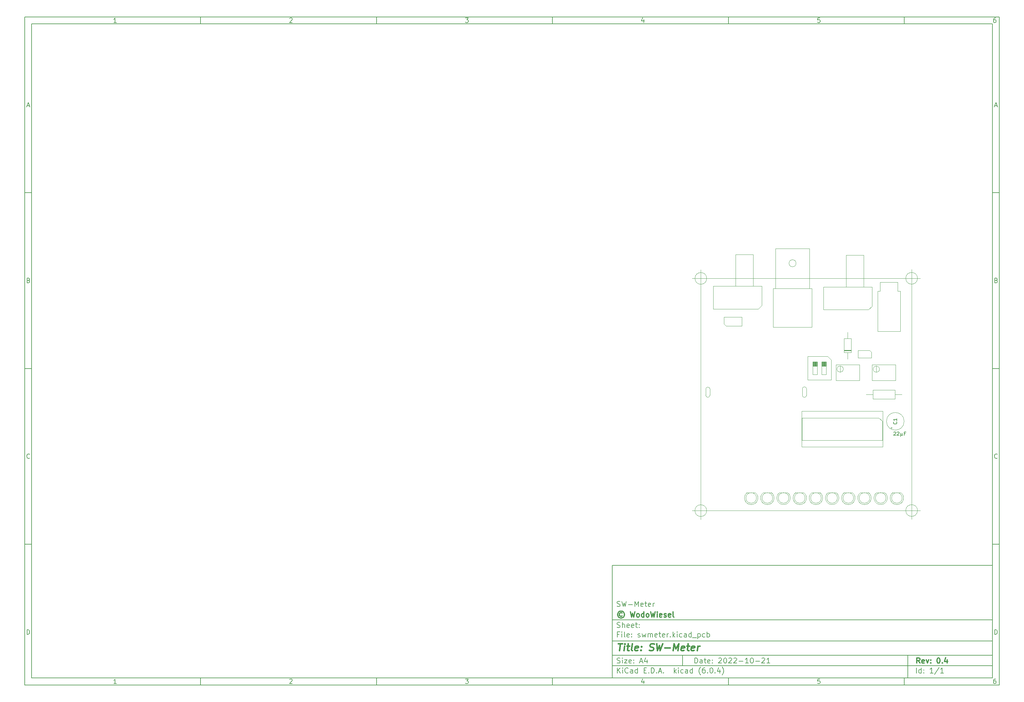
<source format=gbr>
%TF.GenerationSoftware,KiCad,Pcbnew,(6.0.4)*%
%TF.CreationDate,2022-12-16T22:00:08+01:00*%
%TF.ProjectId,swmeter,73776d65-7465-4722-9e6b-696361645f70,0.4*%
%TF.SameCoordinates,PXc0c6960PY8f71310*%
%TF.FileFunction,AssemblyDrawing,Top*%
%FSLAX46Y46*%
G04 Gerber Fmt 4.6, Leading zero omitted, Abs format (unit mm)*
G04 Created by KiCad (PCBNEW (6.0.4)) date 2022-12-16 22:00:08*
%MOMM*%
%LPD*%
G01*
G04 APERTURE LIST*
%ADD10C,0.100000*%
%ADD11C,0.150000*%
%ADD12C,0.300000*%
%ADD13C,0.400000*%
%TA.AperFunction,Profile*%
%ADD14C,0.100000*%
%TD*%
G04 APERTURE END LIST*
D10*
D11*
X-25137800Y-15597200D02*
X-25137800Y-47597200D01*
X82862200Y-47597200D01*
X82862200Y-15597200D01*
X-25137800Y-15597200D01*
D10*
D11*
X-192140000Y140410000D02*
X-192140000Y-49597200D01*
X84862200Y-49597200D01*
X84862200Y140410000D01*
X-192140000Y140410000D01*
D10*
D11*
X-190140000Y138410000D02*
X-190140000Y-47597200D01*
X82862200Y-47597200D01*
X82862200Y138410000D01*
X-190140000Y138410000D01*
D10*
D11*
X-142140000Y138410000D02*
X-142140000Y140410000D01*
D10*
D11*
X-92140000Y138410000D02*
X-92140000Y140410000D01*
D10*
D11*
X-42140000Y138410000D02*
X-42140000Y140410000D01*
D10*
D11*
X7860000Y138410000D02*
X7860000Y140410000D01*
D10*
D11*
X57860000Y138410000D02*
X57860000Y140410000D01*
D10*
D11*
X-166074524Y138821905D02*
X-166817381Y138821905D01*
X-166445953Y138821905D02*
X-166445953Y140121905D01*
X-166569762Y139936191D01*
X-166693572Y139812381D01*
X-166817381Y139750477D01*
D10*
D11*
X-116817381Y139998096D02*
X-116755477Y140060000D01*
X-116631667Y140121905D01*
X-116322143Y140121905D01*
X-116198334Y140060000D01*
X-116136429Y139998096D01*
X-116074524Y139874286D01*
X-116074524Y139750477D01*
X-116136429Y139564762D01*
X-116879286Y138821905D01*
X-116074524Y138821905D01*
D10*
D11*
X-66879286Y140121905D02*
X-66074524Y140121905D01*
X-66507858Y139626667D01*
X-66322143Y139626667D01*
X-66198334Y139564762D01*
X-66136429Y139502858D01*
X-66074524Y139379048D01*
X-66074524Y139069524D01*
X-66136429Y138945715D01*
X-66198334Y138883810D01*
X-66322143Y138821905D01*
X-66693572Y138821905D01*
X-66817381Y138883810D01*
X-66879286Y138945715D01*
D10*
D11*
X-16198334Y139688572D02*
X-16198334Y138821905D01*
X-16507858Y140183810D02*
X-16817381Y139255239D01*
X-16012620Y139255239D01*
D10*
D11*
X33863571Y140121905D02*
X33244523Y140121905D01*
X33182619Y139502858D01*
X33244523Y139564762D01*
X33368333Y139626667D01*
X33677857Y139626667D01*
X33801666Y139564762D01*
X33863571Y139502858D01*
X33925476Y139379048D01*
X33925476Y139069524D01*
X33863571Y138945715D01*
X33801666Y138883810D01*
X33677857Y138821905D01*
X33368333Y138821905D01*
X33244523Y138883810D01*
X33182619Y138945715D01*
D10*
D11*
X83801666Y140121905D02*
X83554047Y140121905D01*
X83430238Y140060000D01*
X83368333Y139998096D01*
X83244523Y139812381D01*
X83182619Y139564762D01*
X83182619Y139069524D01*
X83244523Y138945715D01*
X83306428Y138883810D01*
X83430238Y138821905D01*
X83677857Y138821905D01*
X83801666Y138883810D01*
X83863571Y138945715D01*
X83925476Y139069524D01*
X83925476Y139379048D01*
X83863571Y139502858D01*
X83801666Y139564762D01*
X83677857Y139626667D01*
X83430238Y139626667D01*
X83306428Y139564762D01*
X83244523Y139502858D01*
X83182619Y139379048D01*
D10*
D11*
X-142140000Y-47597200D02*
X-142140000Y-49597200D01*
D10*
D11*
X-92140000Y-47597200D02*
X-92140000Y-49597200D01*
D10*
D11*
X-42140000Y-47597200D02*
X-42140000Y-49597200D01*
D10*
D11*
X7860000Y-47597200D02*
X7860000Y-49597200D01*
D10*
D11*
X57860000Y-47597200D02*
X57860000Y-49597200D01*
D10*
D11*
X-166074524Y-49185295D02*
X-166817381Y-49185295D01*
X-166445953Y-49185295D02*
X-166445953Y-47885295D01*
X-166569762Y-48071009D01*
X-166693572Y-48194819D01*
X-166817381Y-48256723D01*
D10*
D11*
X-116817381Y-48009104D02*
X-116755477Y-47947200D01*
X-116631667Y-47885295D01*
X-116322143Y-47885295D01*
X-116198334Y-47947200D01*
X-116136429Y-48009104D01*
X-116074524Y-48132914D01*
X-116074524Y-48256723D01*
X-116136429Y-48442438D01*
X-116879286Y-49185295D01*
X-116074524Y-49185295D01*
D10*
D11*
X-66879286Y-47885295D02*
X-66074524Y-47885295D01*
X-66507858Y-48380533D01*
X-66322143Y-48380533D01*
X-66198334Y-48442438D01*
X-66136429Y-48504342D01*
X-66074524Y-48628152D01*
X-66074524Y-48937676D01*
X-66136429Y-49061485D01*
X-66198334Y-49123390D01*
X-66322143Y-49185295D01*
X-66693572Y-49185295D01*
X-66817381Y-49123390D01*
X-66879286Y-49061485D01*
D10*
D11*
X-16198334Y-48318628D02*
X-16198334Y-49185295D01*
X-16507858Y-47823390D02*
X-16817381Y-48751961D01*
X-16012620Y-48751961D01*
D10*
D11*
X33863571Y-47885295D02*
X33244523Y-47885295D01*
X33182619Y-48504342D01*
X33244523Y-48442438D01*
X33368333Y-48380533D01*
X33677857Y-48380533D01*
X33801666Y-48442438D01*
X33863571Y-48504342D01*
X33925476Y-48628152D01*
X33925476Y-48937676D01*
X33863571Y-49061485D01*
X33801666Y-49123390D01*
X33677857Y-49185295D01*
X33368333Y-49185295D01*
X33244523Y-49123390D01*
X33182619Y-49061485D01*
D10*
D11*
X83801666Y-47885295D02*
X83554047Y-47885295D01*
X83430238Y-47947200D01*
X83368333Y-48009104D01*
X83244523Y-48194819D01*
X83182619Y-48442438D01*
X83182619Y-48937676D01*
X83244523Y-49061485D01*
X83306428Y-49123390D01*
X83430238Y-49185295D01*
X83677857Y-49185295D01*
X83801666Y-49123390D01*
X83863571Y-49061485D01*
X83925476Y-48937676D01*
X83925476Y-48628152D01*
X83863571Y-48504342D01*
X83801666Y-48442438D01*
X83677857Y-48380533D01*
X83430238Y-48380533D01*
X83306428Y-48442438D01*
X83244523Y-48504342D01*
X83182619Y-48628152D01*
D10*
D11*
X-192140000Y90410000D02*
X-190140000Y90410000D01*
D10*
D11*
X-192140000Y40410000D02*
X-190140000Y40410000D01*
D10*
D11*
X-192140000Y-9590000D02*
X-190140000Y-9590000D01*
D10*
D11*
X-191449524Y115193334D02*
X-190830477Y115193334D01*
X-191573334Y114821905D02*
X-191140000Y116121905D01*
X-190706667Y114821905D01*
D10*
D11*
X-191047143Y65502858D02*
X-190861429Y65440953D01*
X-190799524Y65379048D01*
X-190737620Y65255239D01*
X-190737620Y65069524D01*
X-190799524Y64945715D01*
X-190861429Y64883810D01*
X-190985239Y64821905D01*
X-191480477Y64821905D01*
X-191480477Y66121905D01*
X-191047143Y66121905D01*
X-190923334Y66060000D01*
X-190861429Y65998096D01*
X-190799524Y65874286D01*
X-190799524Y65750477D01*
X-190861429Y65626667D01*
X-190923334Y65564762D01*
X-191047143Y65502858D01*
X-191480477Y65502858D01*
D10*
D11*
X-190737620Y14945715D02*
X-190799524Y14883810D01*
X-190985239Y14821905D01*
X-191109048Y14821905D01*
X-191294762Y14883810D01*
X-191418572Y15007620D01*
X-191480477Y15131429D01*
X-191542381Y15379048D01*
X-191542381Y15564762D01*
X-191480477Y15812381D01*
X-191418572Y15936191D01*
X-191294762Y16060000D01*
X-191109048Y16121905D01*
X-190985239Y16121905D01*
X-190799524Y16060000D01*
X-190737620Y15998096D01*
D10*
D11*
X-191480477Y-35178095D02*
X-191480477Y-33878095D01*
X-191170953Y-33878095D01*
X-190985239Y-33940000D01*
X-190861429Y-34063809D01*
X-190799524Y-34187619D01*
X-190737620Y-34435238D01*
X-190737620Y-34620952D01*
X-190799524Y-34868571D01*
X-190861429Y-34992380D01*
X-190985239Y-35116190D01*
X-191170953Y-35178095D01*
X-191480477Y-35178095D01*
D10*
D11*
X84862200Y90410000D02*
X82862200Y90410000D01*
D10*
D11*
X84862200Y40410000D02*
X82862200Y40410000D01*
D10*
D11*
X84862200Y-9590000D02*
X82862200Y-9590000D01*
D10*
D11*
X83552676Y115193334D02*
X84171723Y115193334D01*
X83428866Y114821905D02*
X83862200Y116121905D01*
X84295533Y114821905D01*
D10*
D11*
X83955057Y65502858D02*
X84140771Y65440953D01*
X84202676Y65379048D01*
X84264580Y65255239D01*
X84264580Y65069524D01*
X84202676Y64945715D01*
X84140771Y64883810D01*
X84016961Y64821905D01*
X83521723Y64821905D01*
X83521723Y66121905D01*
X83955057Y66121905D01*
X84078866Y66060000D01*
X84140771Y65998096D01*
X84202676Y65874286D01*
X84202676Y65750477D01*
X84140771Y65626667D01*
X84078866Y65564762D01*
X83955057Y65502858D01*
X83521723Y65502858D01*
D10*
D11*
X84264580Y14945715D02*
X84202676Y14883810D01*
X84016961Y14821905D01*
X83893152Y14821905D01*
X83707438Y14883810D01*
X83583628Y15007620D01*
X83521723Y15131429D01*
X83459819Y15379048D01*
X83459819Y15564762D01*
X83521723Y15812381D01*
X83583628Y15936191D01*
X83707438Y16060000D01*
X83893152Y16121905D01*
X84016961Y16121905D01*
X84202676Y16060000D01*
X84264580Y15998096D01*
D10*
D11*
X83521723Y-35178095D02*
X83521723Y-33878095D01*
X83831247Y-33878095D01*
X84016961Y-33940000D01*
X84140771Y-34063809D01*
X84202676Y-34187619D01*
X84264580Y-34435238D01*
X84264580Y-34620952D01*
X84202676Y-34868571D01*
X84140771Y-34992380D01*
X84016961Y-35116190D01*
X83831247Y-35178095D01*
X83521723Y-35178095D01*
D10*
D11*
X-1705658Y-43375771D02*
X-1705658Y-41875771D01*
X-1348515Y-41875771D01*
X-1134229Y-41947200D01*
X-991372Y-42090057D01*
X-919943Y-42232914D01*
X-848515Y-42518628D01*
X-848515Y-42732914D01*
X-919943Y-43018628D01*
X-991372Y-43161485D01*
X-1134229Y-43304342D01*
X-1348515Y-43375771D01*
X-1705658Y-43375771D01*
X437200Y-43375771D02*
X437200Y-42590057D01*
X365771Y-42447200D01*
X222914Y-42375771D01*
X-62800Y-42375771D01*
X-205658Y-42447200D01*
X437200Y-43304342D02*
X294342Y-43375771D01*
X-62800Y-43375771D01*
X-205658Y-43304342D01*
X-277086Y-43161485D01*
X-277086Y-43018628D01*
X-205658Y-42875771D01*
X-62800Y-42804342D01*
X294342Y-42804342D01*
X437200Y-42732914D01*
X937200Y-42375771D02*
X1508628Y-42375771D01*
X1151485Y-41875771D02*
X1151485Y-43161485D01*
X1222914Y-43304342D01*
X1365771Y-43375771D01*
X1508628Y-43375771D01*
X2580057Y-43304342D02*
X2437200Y-43375771D01*
X2151485Y-43375771D01*
X2008628Y-43304342D01*
X1937200Y-43161485D01*
X1937200Y-42590057D01*
X2008628Y-42447200D01*
X2151485Y-42375771D01*
X2437200Y-42375771D01*
X2580057Y-42447200D01*
X2651485Y-42590057D01*
X2651485Y-42732914D01*
X1937200Y-42875771D01*
X3294342Y-43232914D02*
X3365771Y-43304342D01*
X3294342Y-43375771D01*
X3222914Y-43304342D01*
X3294342Y-43232914D01*
X3294342Y-43375771D01*
X3294342Y-42447200D02*
X3365771Y-42518628D01*
X3294342Y-42590057D01*
X3222914Y-42518628D01*
X3294342Y-42447200D01*
X3294342Y-42590057D01*
X5080057Y-42018628D02*
X5151485Y-41947200D01*
X5294342Y-41875771D01*
X5651485Y-41875771D01*
X5794342Y-41947200D01*
X5865771Y-42018628D01*
X5937200Y-42161485D01*
X5937200Y-42304342D01*
X5865771Y-42518628D01*
X5008628Y-43375771D01*
X5937200Y-43375771D01*
X6865771Y-41875771D02*
X7008628Y-41875771D01*
X7151485Y-41947200D01*
X7222914Y-42018628D01*
X7294342Y-42161485D01*
X7365771Y-42447200D01*
X7365771Y-42804342D01*
X7294342Y-43090057D01*
X7222914Y-43232914D01*
X7151485Y-43304342D01*
X7008628Y-43375771D01*
X6865771Y-43375771D01*
X6722914Y-43304342D01*
X6651485Y-43232914D01*
X6580057Y-43090057D01*
X6508628Y-42804342D01*
X6508628Y-42447200D01*
X6580057Y-42161485D01*
X6651485Y-42018628D01*
X6722914Y-41947200D01*
X6865771Y-41875771D01*
X7937200Y-42018628D02*
X8008628Y-41947200D01*
X8151485Y-41875771D01*
X8508628Y-41875771D01*
X8651485Y-41947200D01*
X8722914Y-42018628D01*
X8794342Y-42161485D01*
X8794342Y-42304342D01*
X8722914Y-42518628D01*
X7865771Y-43375771D01*
X8794342Y-43375771D01*
X9365771Y-42018628D02*
X9437200Y-41947200D01*
X9580057Y-41875771D01*
X9937200Y-41875771D01*
X10080057Y-41947200D01*
X10151485Y-42018628D01*
X10222914Y-42161485D01*
X10222914Y-42304342D01*
X10151485Y-42518628D01*
X9294342Y-43375771D01*
X10222914Y-43375771D01*
X10865771Y-42804342D02*
X12008628Y-42804342D01*
X13508628Y-43375771D02*
X12651485Y-43375771D01*
X13080057Y-43375771D02*
X13080057Y-41875771D01*
X12937200Y-42090057D01*
X12794342Y-42232914D01*
X12651485Y-42304342D01*
X14437200Y-41875771D02*
X14580057Y-41875771D01*
X14722914Y-41947200D01*
X14794342Y-42018628D01*
X14865771Y-42161485D01*
X14937200Y-42447200D01*
X14937200Y-42804342D01*
X14865771Y-43090057D01*
X14794342Y-43232914D01*
X14722914Y-43304342D01*
X14580057Y-43375771D01*
X14437200Y-43375771D01*
X14294342Y-43304342D01*
X14222914Y-43232914D01*
X14151485Y-43090057D01*
X14080057Y-42804342D01*
X14080057Y-42447200D01*
X14151485Y-42161485D01*
X14222914Y-42018628D01*
X14294342Y-41947200D01*
X14437200Y-41875771D01*
X15580057Y-42804342D02*
X16722914Y-42804342D01*
X17365771Y-42018628D02*
X17437200Y-41947200D01*
X17580057Y-41875771D01*
X17937200Y-41875771D01*
X18080057Y-41947200D01*
X18151485Y-42018628D01*
X18222914Y-42161485D01*
X18222914Y-42304342D01*
X18151485Y-42518628D01*
X17294342Y-43375771D01*
X18222914Y-43375771D01*
X19651485Y-43375771D02*
X18794342Y-43375771D01*
X19222914Y-43375771D02*
X19222914Y-41875771D01*
X19080057Y-42090057D01*
X18937200Y-42232914D01*
X18794342Y-42304342D01*
D10*
D11*
X-25137800Y-44097200D02*
X82862200Y-44097200D01*
D10*
D11*
X-23705658Y-46175771D02*
X-23705658Y-44675771D01*
X-22848515Y-46175771D02*
X-23491372Y-45318628D01*
X-22848515Y-44675771D02*
X-23705658Y-45532914D01*
X-22205658Y-46175771D02*
X-22205658Y-45175771D01*
X-22205658Y-44675771D02*
X-22277086Y-44747200D01*
X-22205658Y-44818628D01*
X-22134229Y-44747200D01*
X-22205658Y-44675771D01*
X-22205658Y-44818628D01*
X-20634229Y-46032914D02*
X-20705658Y-46104342D01*
X-20919943Y-46175771D01*
X-21062800Y-46175771D01*
X-21277086Y-46104342D01*
X-21419943Y-45961485D01*
X-21491372Y-45818628D01*
X-21562800Y-45532914D01*
X-21562800Y-45318628D01*
X-21491372Y-45032914D01*
X-21419943Y-44890057D01*
X-21277086Y-44747200D01*
X-21062800Y-44675771D01*
X-20919943Y-44675771D01*
X-20705658Y-44747200D01*
X-20634229Y-44818628D01*
X-19348515Y-46175771D02*
X-19348515Y-45390057D01*
X-19419943Y-45247200D01*
X-19562800Y-45175771D01*
X-19848515Y-45175771D01*
X-19991372Y-45247200D01*
X-19348515Y-46104342D02*
X-19491372Y-46175771D01*
X-19848515Y-46175771D01*
X-19991372Y-46104342D01*
X-20062800Y-45961485D01*
X-20062800Y-45818628D01*
X-19991372Y-45675771D01*
X-19848515Y-45604342D01*
X-19491372Y-45604342D01*
X-19348515Y-45532914D01*
X-17991372Y-46175771D02*
X-17991372Y-44675771D01*
X-17991372Y-46104342D02*
X-18134229Y-46175771D01*
X-18419943Y-46175771D01*
X-18562800Y-46104342D01*
X-18634229Y-46032914D01*
X-18705658Y-45890057D01*
X-18705658Y-45461485D01*
X-18634229Y-45318628D01*
X-18562800Y-45247200D01*
X-18419943Y-45175771D01*
X-18134229Y-45175771D01*
X-17991372Y-45247200D01*
X-16134229Y-45390057D02*
X-15634229Y-45390057D01*
X-15419943Y-46175771D02*
X-16134229Y-46175771D01*
X-16134229Y-44675771D01*
X-15419943Y-44675771D01*
X-14777086Y-46032914D02*
X-14705658Y-46104342D01*
X-14777086Y-46175771D01*
X-14848515Y-46104342D01*
X-14777086Y-46032914D01*
X-14777086Y-46175771D01*
X-14062800Y-46175771D02*
X-14062800Y-44675771D01*
X-13705658Y-44675771D01*
X-13491372Y-44747200D01*
X-13348515Y-44890057D01*
X-13277086Y-45032914D01*
X-13205658Y-45318628D01*
X-13205658Y-45532914D01*
X-13277086Y-45818628D01*
X-13348515Y-45961485D01*
X-13491372Y-46104342D01*
X-13705658Y-46175771D01*
X-14062800Y-46175771D01*
X-12562800Y-46032914D02*
X-12491372Y-46104342D01*
X-12562800Y-46175771D01*
X-12634229Y-46104342D01*
X-12562800Y-46032914D01*
X-12562800Y-46175771D01*
X-11919943Y-45747200D02*
X-11205658Y-45747200D01*
X-12062800Y-46175771D02*
X-11562800Y-44675771D01*
X-11062800Y-46175771D01*
X-10562800Y-46032914D02*
X-10491372Y-46104342D01*
X-10562800Y-46175771D01*
X-10634229Y-46104342D01*
X-10562800Y-46032914D01*
X-10562800Y-46175771D01*
X-7562800Y-46175771D02*
X-7562800Y-44675771D01*
X-7419943Y-45604342D02*
X-6991372Y-46175771D01*
X-6991372Y-45175771D02*
X-7562800Y-45747200D01*
X-6348515Y-46175771D02*
X-6348515Y-45175771D01*
X-6348515Y-44675771D02*
X-6419943Y-44747200D01*
X-6348515Y-44818628D01*
X-6277086Y-44747200D01*
X-6348515Y-44675771D01*
X-6348515Y-44818628D01*
X-4991372Y-46104342D02*
X-5134229Y-46175771D01*
X-5419943Y-46175771D01*
X-5562800Y-46104342D01*
X-5634229Y-46032914D01*
X-5705658Y-45890057D01*
X-5705658Y-45461485D01*
X-5634229Y-45318628D01*
X-5562800Y-45247200D01*
X-5419943Y-45175771D01*
X-5134229Y-45175771D01*
X-4991372Y-45247200D01*
X-3705658Y-46175771D02*
X-3705658Y-45390057D01*
X-3777086Y-45247200D01*
X-3919943Y-45175771D01*
X-4205658Y-45175771D01*
X-4348515Y-45247200D01*
X-3705658Y-46104342D02*
X-3848515Y-46175771D01*
X-4205658Y-46175771D01*
X-4348515Y-46104342D01*
X-4419943Y-45961485D01*
X-4419943Y-45818628D01*
X-4348515Y-45675771D01*
X-4205658Y-45604342D01*
X-3848515Y-45604342D01*
X-3705658Y-45532914D01*
X-2348515Y-46175771D02*
X-2348515Y-44675771D01*
X-2348515Y-46104342D02*
X-2491372Y-46175771D01*
X-2777086Y-46175771D01*
X-2919943Y-46104342D01*
X-2991372Y-46032914D01*
X-3062800Y-45890057D01*
X-3062800Y-45461485D01*
X-2991372Y-45318628D01*
X-2919943Y-45247200D01*
X-2777086Y-45175771D01*
X-2491372Y-45175771D01*
X-2348515Y-45247200D01*
X-62800Y-46747200D02*
X-134229Y-46675771D01*
X-277086Y-46461485D01*
X-348515Y-46318628D01*
X-419943Y-46104342D01*
X-491372Y-45747200D01*
X-491372Y-45461485D01*
X-419943Y-45104342D01*
X-348515Y-44890057D01*
X-277086Y-44747200D01*
X-134229Y-44532914D01*
X-62800Y-44461485D01*
X1151485Y-44675771D02*
X865771Y-44675771D01*
X722914Y-44747200D01*
X651485Y-44818628D01*
X508628Y-45032914D01*
X437200Y-45318628D01*
X437200Y-45890057D01*
X508628Y-46032914D01*
X580057Y-46104342D01*
X722914Y-46175771D01*
X1008628Y-46175771D01*
X1151485Y-46104342D01*
X1222914Y-46032914D01*
X1294342Y-45890057D01*
X1294342Y-45532914D01*
X1222914Y-45390057D01*
X1151485Y-45318628D01*
X1008628Y-45247200D01*
X722914Y-45247200D01*
X580057Y-45318628D01*
X508628Y-45390057D01*
X437200Y-45532914D01*
X1937200Y-46032914D02*
X2008628Y-46104342D01*
X1937200Y-46175771D01*
X1865771Y-46104342D01*
X1937200Y-46032914D01*
X1937200Y-46175771D01*
X2937200Y-44675771D02*
X3080057Y-44675771D01*
X3222914Y-44747200D01*
X3294342Y-44818628D01*
X3365771Y-44961485D01*
X3437200Y-45247200D01*
X3437200Y-45604342D01*
X3365771Y-45890057D01*
X3294342Y-46032914D01*
X3222914Y-46104342D01*
X3080057Y-46175771D01*
X2937200Y-46175771D01*
X2794342Y-46104342D01*
X2722914Y-46032914D01*
X2651485Y-45890057D01*
X2580057Y-45604342D01*
X2580057Y-45247200D01*
X2651485Y-44961485D01*
X2722914Y-44818628D01*
X2794342Y-44747200D01*
X2937200Y-44675771D01*
X4080057Y-46032914D02*
X4151485Y-46104342D01*
X4080057Y-46175771D01*
X4008628Y-46104342D01*
X4080057Y-46032914D01*
X4080057Y-46175771D01*
X5437200Y-45175771D02*
X5437200Y-46175771D01*
X5080057Y-44604342D02*
X4722914Y-45675771D01*
X5651485Y-45675771D01*
X6080057Y-46747200D02*
X6151485Y-46675771D01*
X6294342Y-46461485D01*
X6365771Y-46318628D01*
X6437200Y-46104342D01*
X6508628Y-45747200D01*
X6508628Y-45461485D01*
X6437200Y-45104342D01*
X6365771Y-44890057D01*
X6294342Y-44747200D01*
X6151485Y-44532914D01*
X6080057Y-44461485D01*
D10*
D11*
X-25137800Y-41097200D02*
X82862200Y-41097200D01*
D10*
D12*
X62271485Y-43375771D02*
X61771485Y-42661485D01*
X61414342Y-43375771D02*
X61414342Y-41875771D01*
X61985771Y-41875771D01*
X62128628Y-41947200D01*
X62200057Y-42018628D01*
X62271485Y-42161485D01*
X62271485Y-42375771D01*
X62200057Y-42518628D01*
X62128628Y-42590057D01*
X61985771Y-42661485D01*
X61414342Y-42661485D01*
X63485771Y-43304342D02*
X63342914Y-43375771D01*
X63057200Y-43375771D01*
X62914342Y-43304342D01*
X62842914Y-43161485D01*
X62842914Y-42590057D01*
X62914342Y-42447200D01*
X63057200Y-42375771D01*
X63342914Y-42375771D01*
X63485771Y-42447200D01*
X63557200Y-42590057D01*
X63557200Y-42732914D01*
X62842914Y-42875771D01*
X64057200Y-42375771D02*
X64414342Y-43375771D01*
X64771485Y-42375771D01*
X65342914Y-43232914D02*
X65414342Y-43304342D01*
X65342914Y-43375771D01*
X65271485Y-43304342D01*
X65342914Y-43232914D01*
X65342914Y-43375771D01*
X65342914Y-42447200D02*
X65414342Y-42518628D01*
X65342914Y-42590057D01*
X65271485Y-42518628D01*
X65342914Y-42447200D01*
X65342914Y-42590057D01*
X67485771Y-41875771D02*
X67628628Y-41875771D01*
X67771485Y-41947200D01*
X67842914Y-42018628D01*
X67914342Y-42161485D01*
X67985771Y-42447200D01*
X67985771Y-42804342D01*
X67914342Y-43090057D01*
X67842914Y-43232914D01*
X67771485Y-43304342D01*
X67628628Y-43375771D01*
X67485771Y-43375771D01*
X67342914Y-43304342D01*
X67271485Y-43232914D01*
X67200057Y-43090057D01*
X67128628Y-42804342D01*
X67128628Y-42447200D01*
X67200057Y-42161485D01*
X67271485Y-42018628D01*
X67342914Y-41947200D01*
X67485771Y-41875771D01*
X68628628Y-43232914D02*
X68700057Y-43304342D01*
X68628628Y-43375771D01*
X68557200Y-43304342D01*
X68628628Y-43232914D01*
X68628628Y-43375771D01*
X69985771Y-42375771D02*
X69985771Y-43375771D01*
X69628628Y-41804342D02*
X69271485Y-42875771D01*
X70200057Y-42875771D01*
D10*
D11*
X-23777086Y-43304342D02*
X-23562800Y-43375771D01*
X-23205658Y-43375771D01*
X-23062800Y-43304342D01*
X-22991372Y-43232914D01*
X-22919943Y-43090057D01*
X-22919943Y-42947200D01*
X-22991372Y-42804342D01*
X-23062800Y-42732914D01*
X-23205658Y-42661485D01*
X-23491372Y-42590057D01*
X-23634229Y-42518628D01*
X-23705658Y-42447200D01*
X-23777086Y-42304342D01*
X-23777086Y-42161485D01*
X-23705658Y-42018628D01*
X-23634229Y-41947200D01*
X-23491372Y-41875771D01*
X-23134229Y-41875771D01*
X-22919943Y-41947200D01*
X-22277086Y-43375771D02*
X-22277086Y-42375771D01*
X-22277086Y-41875771D02*
X-22348515Y-41947200D01*
X-22277086Y-42018628D01*
X-22205658Y-41947200D01*
X-22277086Y-41875771D01*
X-22277086Y-42018628D01*
X-21705658Y-42375771D02*
X-20919943Y-42375771D01*
X-21705658Y-43375771D01*
X-20919943Y-43375771D01*
X-19777086Y-43304342D02*
X-19919943Y-43375771D01*
X-20205658Y-43375771D01*
X-20348515Y-43304342D01*
X-20419943Y-43161485D01*
X-20419943Y-42590057D01*
X-20348515Y-42447200D01*
X-20205658Y-42375771D01*
X-19919943Y-42375771D01*
X-19777086Y-42447200D01*
X-19705658Y-42590057D01*
X-19705658Y-42732914D01*
X-20419943Y-42875771D01*
X-19062800Y-43232914D02*
X-18991372Y-43304342D01*
X-19062800Y-43375771D01*
X-19134229Y-43304342D01*
X-19062800Y-43232914D01*
X-19062800Y-43375771D01*
X-19062800Y-42447200D02*
X-18991372Y-42518628D01*
X-19062800Y-42590057D01*
X-19134229Y-42518628D01*
X-19062800Y-42447200D01*
X-19062800Y-42590057D01*
X-17277086Y-42947200D02*
X-16562800Y-42947200D01*
X-17419943Y-43375771D02*
X-16919943Y-41875771D01*
X-16419943Y-43375771D01*
X-15277086Y-42375771D02*
X-15277086Y-43375771D01*
X-15634229Y-41804342D02*
X-15991372Y-42875771D01*
X-15062800Y-42875771D01*
D10*
D11*
X61294342Y-46175771D02*
X61294342Y-44675771D01*
X62651485Y-46175771D02*
X62651485Y-44675771D01*
X62651485Y-46104342D02*
X62508628Y-46175771D01*
X62222914Y-46175771D01*
X62080057Y-46104342D01*
X62008628Y-46032914D01*
X61937200Y-45890057D01*
X61937200Y-45461485D01*
X62008628Y-45318628D01*
X62080057Y-45247200D01*
X62222914Y-45175771D01*
X62508628Y-45175771D01*
X62651485Y-45247200D01*
X63365771Y-46032914D02*
X63437200Y-46104342D01*
X63365771Y-46175771D01*
X63294342Y-46104342D01*
X63365771Y-46032914D01*
X63365771Y-46175771D01*
X63365771Y-45247200D02*
X63437200Y-45318628D01*
X63365771Y-45390057D01*
X63294342Y-45318628D01*
X63365771Y-45247200D01*
X63365771Y-45390057D01*
X66008628Y-46175771D02*
X65151485Y-46175771D01*
X65580057Y-46175771D02*
X65580057Y-44675771D01*
X65437200Y-44890057D01*
X65294342Y-45032914D01*
X65151485Y-45104342D01*
X67722914Y-44604342D02*
X66437200Y-46532914D01*
X69008628Y-46175771D02*
X68151485Y-46175771D01*
X68580057Y-46175771D02*
X68580057Y-44675771D01*
X68437200Y-44890057D01*
X68294342Y-45032914D01*
X68151485Y-45104342D01*
D10*
D11*
X-25137800Y-37097200D02*
X82862200Y-37097200D01*
D10*
D13*
X-23425420Y-37801961D02*
X-22282562Y-37801961D01*
X-23103991Y-39801961D02*
X-22853991Y-37801961D01*
X-21865896Y-39801961D02*
X-21699229Y-38468628D01*
X-21615896Y-37801961D02*
X-21723039Y-37897200D01*
X-21639705Y-37992438D01*
X-21532562Y-37897200D01*
X-21615896Y-37801961D01*
X-21639705Y-37992438D01*
X-21032562Y-38468628D02*
X-20270658Y-38468628D01*
X-20663515Y-37801961D02*
X-20877800Y-39516247D01*
X-20806372Y-39706723D01*
X-20627800Y-39801961D01*
X-20437324Y-39801961D01*
X-19484943Y-39801961D02*
X-19663515Y-39706723D01*
X-19734943Y-39516247D01*
X-19520658Y-37801961D01*
X-17949229Y-39706723D02*
X-18151610Y-39801961D01*
X-18532562Y-39801961D01*
X-18711134Y-39706723D01*
X-18782562Y-39516247D01*
X-18687324Y-38754342D01*
X-18568277Y-38563866D01*
X-18365896Y-38468628D01*
X-17984943Y-38468628D01*
X-17806372Y-38563866D01*
X-17734943Y-38754342D01*
X-17758753Y-38944819D01*
X-18734943Y-39135295D01*
X-16984943Y-39611485D02*
X-16901610Y-39706723D01*
X-17008753Y-39801961D01*
X-17092086Y-39706723D01*
X-16984943Y-39611485D01*
X-17008753Y-39801961D01*
X-16853991Y-38563866D02*
X-16770658Y-38659104D01*
X-16877800Y-38754342D01*
X-16961134Y-38659104D01*
X-16853991Y-38563866D01*
X-16877800Y-38754342D01*
X-14615896Y-39706723D02*
X-14342086Y-39801961D01*
X-13865896Y-39801961D01*
X-13663515Y-39706723D01*
X-13556372Y-39611485D01*
X-13437324Y-39421009D01*
X-13413515Y-39230533D01*
X-13484943Y-39040057D01*
X-13568277Y-38944819D01*
X-13746848Y-38849580D01*
X-14115896Y-38754342D01*
X-14294467Y-38659104D01*
X-14377800Y-38563866D01*
X-14449229Y-38373390D01*
X-14425420Y-38182914D01*
X-14306372Y-37992438D01*
X-14199229Y-37897200D01*
X-13996848Y-37801961D01*
X-13520658Y-37801961D01*
X-13246848Y-37897200D01*
X-12568277Y-37801961D02*
X-12342086Y-39801961D01*
X-11782562Y-38373390D01*
X-11580181Y-39801961D01*
X-10853991Y-37801961D01*
X-10246848Y-39040057D02*
X-8723039Y-39040057D01*
X-7865896Y-39801961D02*
X-7615896Y-37801961D01*
X-7127800Y-39230533D01*
X-6282562Y-37801961D01*
X-6532562Y-39801961D01*
X-4806372Y-39706723D02*
X-5008753Y-39801961D01*
X-5389705Y-39801961D01*
X-5568277Y-39706723D01*
X-5639705Y-39516247D01*
X-5544467Y-38754342D01*
X-5425420Y-38563866D01*
X-5223039Y-38468628D01*
X-4842086Y-38468628D01*
X-4663515Y-38563866D01*
X-4592086Y-38754342D01*
X-4615896Y-38944819D01*
X-5592086Y-39135295D01*
X-3984943Y-38468628D02*
X-3223039Y-38468628D01*
X-3615896Y-37801961D02*
X-3830181Y-39516247D01*
X-3758753Y-39706723D01*
X-3580181Y-39801961D01*
X-3389705Y-39801961D01*
X-1949229Y-39706723D02*
X-2151610Y-39801961D01*
X-2532562Y-39801961D01*
X-2711134Y-39706723D01*
X-2782562Y-39516247D01*
X-2687324Y-38754342D01*
X-2568277Y-38563866D01*
X-2365896Y-38468628D01*
X-1984943Y-38468628D01*
X-1806372Y-38563866D01*
X-1734943Y-38754342D01*
X-1758753Y-38944819D01*
X-2734943Y-39135295D01*
X-1008753Y-39801961D02*
X-842086Y-38468628D01*
X-889705Y-38849580D02*
X-770658Y-38659104D01*
X-663515Y-38563866D01*
X-461134Y-38468628D01*
X-270658Y-38468628D01*
D10*
D11*
X-23205658Y-35190057D02*
X-23705658Y-35190057D01*
X-23705658Y-35975771D02*
X-23705658Y-34475771D01*
X-22991372Y-34475771D01*
X-22419943Y-35975771D02*
X-22419943Y-34975771D01*
X-22419943Y-34475771D02*
X-22491372Y-34547200D01*
X-22419943Y-34618628D01*
X-22348515Y-34547200D01*
X-22419943Y-34475771D01*
X-22419943Y-34618628D01*
X-21491372Y-35975771D02*
X-21634229Y-35904342D01*
X-21705658Y-35761485D01*
X-21705658Y-34475771D01*
X-20348515Y-35904342D02*
X-20491372Y-35975771D01*
X-20777086Y-35975771D01*
X-20919943Y-35904342D01*
X-20991372Y-35761485D01*
X-20991372Y-35190057D01*
X-20919943Y-35047200D01*
X-20777086Y-34975771D01*
X-20491372Y-34975771D01*
X-20348515Y-35047200D01*
X-20277086Y-35190057D01*
X-20277086Y-35332914D01*
X-20991372Y-35475771D01*
X-19634229Y-35832914D02*
X-19562800Y-35904342D01*
X-19634229Y-35975771D01*
X-19705658Y-35904342D01*
X-19634229Y-35832914D01*
X-19634229Y-35975771D01*
X-19634229Y-35047200D02*
X-19562800Y-35118628D01*
X-19634229Y-35190057D01*
X-19705658Y-35118628D01*
X-19634229Y-35047200D01*
X-19634229Y-35190057D01*
X-17848515Y-35904342D02*
X-17705658Y-35975771D01*
X-17419943Y-35975771D01*
X-17277086Y-35904342D01*
X-17205658Y-35761485D01*
X-17205658Y-35690057D01*
X-17277086Y-35547200D01*
X-17419943Y-35475771D01*
X-17634229Y-35475771D01*
X-17777086Y-35404342D01*
X-17848515Y-35261485D01*
X-17848515Y-35190057D01*
X-17777086Y-35047200D01*
X-17634229Y-34975771D01*
X-17419943Y-34975771D01*
X-17277086Y-35047200D01*
X-16705658Y-34975771D02*
X-16419943Y-35975771D01*
X-16134229Y-35261485D01*
X-15848515Y-35975771D01*
X-15562800Y-34975771D01*
X-14991372Y-35975771D02*
X-14991372Y-34975771D01*
X-14991372Y-35118628D02*
X-14919943Y-35047200D01*
X-14777086Y-34975771D01*
X-14562800Y-34975771D01*
X-14419943Y-35047200D01*
X-14348515Y-35190057D01*
X-14348515Y-35975771D01*
X-14348515Y-35190057D02*
X-14277086Y-35047200D01*
X-14134229Y-34975771D01*
X-13919943Y-34975771D01*
X-13777086Y-35047200D01*
X-13705658Y-35190057D01*
X-13705658Y-35975771D01*
X-12419943Y-35904342D02*
X-12562800Y-35975771D01*
X-12848515Y-35975771D01*
X-12991372Y-35904342D01*
X-13062800Y-35761485D01*
X-13062800Y-35190057D01*
X-12991372Y-35047200D01*
X-12848515Y-34975771D01*
X-12562800Y-34975771D01*
X-12419943Y-35047200D01*
X-12348515Y-35190057D01*
X-12348515Y-35332914D01*
X-13062800Y-35475771D01*
X-11919943Y-34975771D02*
X-11348515Y-34975771D01*
X-11705658Y-34475771D02*
X-11705658Y-35761485D01*
X-11634229Y-35904342D01*
X-11491372Y-35975771D01*
X-11348515Y-35975771D01*
X-10277086Y-35904342D02*
X-10419943Y-35975771D01*
X-10705658Y-35975771D01*
X-10848515Y-35904342D01*
X-10919943Y-35761485D01*
X-10919943Y-35190057D01*
X-10848515Y-35047200D01*
X-10705658Y-34975771D01*
X-10419943Y-34975771D01*
X-10277086Y-35047200D01*
X-10205658Y-35190057D01*
X-10205658Y-35332914D01*
X-10919943Y-35475771D01*
X-9562800Y-35975771D02*
X-9562800Y-34975771D01*
X-9562800Y-35261485D02*
X-9491372Y-35118628D01*
X-9419943Y-35047200D01*
X-9277086Y-34975771D01*
X-9134229Y-34975771D01*
X-8634229Y-35832914D02*
X-8562800Y-35904342D01*
X-8634229Y-35975771D01*
X-8705658Y-35904342D01*
X-8634229Y-35832914D01*
X-8634229Y-35975771D01*
X-7919943Y-35975771D02*
X-7919943Y-34475771D01*
X-7777086Y-35404342D02*
X-7348515Y-35975771D01*
X-7348515Y-34975771D02*
X-7919943Y-35547200D01*
X-6705658Y-35975771D02*
X-6705658Y-34975771D01*
X-6705658Y-34475771D02*
X-6777086Y-34547200D01*
X-6705658Y-34618628D01*
X-6634229Y-34547200D01*
X-6705658Y-34475771D01*
X-6705658Y-34618628D01*
X-5348515Y-35904342D02*
X-5491372Y-35975771D01*
X-5777086Y-35975771D01*
X-5919943Y-35904342D01*
X-5991372Y-35832914D01*
X-6062800Y-35690057D01*
X-6062800Y-35261485D01*
X-5991372Y-35118628D01*
X-5919943Y-35047200D01*
X-5777086Y-34975771D01*
X-5491372Y-34975771D01*
X-5348515Y-35047200D01*
X-4062800Y-35975771D02*
X-4062800Y-35190057D01*
X-4134229Y-35047200D01*
X-4277086Y-34975771D01*
X-4562800Y-34975771D01*
X-4705658Y-35047200D01*
X-4062800Y-35904342D02*
X-4205658Y-35975771D01*
X-4562800Y-35975771D01*
X-4705658Y-35904342D01*
X-4777086Y-35761485D01*
X-4777086Y-35618628D01*
X-4705658Y-35475771D01*
X-4562800Y-35404342D01*
X-4205658Y-35404342D01*
X-4062800Y-35332914D01*
X-2705658Y-35975771D02*
X-2705658Y-34475771D01*
X-2705658Y-35904342D02*
X-2848515Y-35975771D01*
X-3134229Y-35975771D01*
X-3277086Y-35904342D01*
X-3348515Y-35832914D01*
X-3419943Y-35690057D01*
X-3419943Y-35261485D01*
X-3348515Y-35118628D01*
X-3277086Y-35047200D01*
X-3134229Y-34975771D01*
X-2848515Y-34975771D01*
X-2705658Y-35047200D01*
X-2348515Y-36118628D02*
X-1205658Y-36118628D01*
X-848515Y-34975771D02*
X-848515Y-36475771D01*
X-848515Y-35047200D02*
X-705658Y-34975771D01*
X-419943Y-34975771D01*
X-277086Y-35047200D01*
X-205658Y-35118628D01*
X-134229Y-35261485D01*
X-134229Y-35690057D01*
X-205658Y-35832914D01*
X-277086Y-35904342D01*
X-419943Y-35975771D01*
X-705658Y-35975771D01*
X-848515Y-35904342D01*
X1151485Y-35904342D02*
X1008628Y-35975771D01*
X722914Y-35975771D01*
X580057Y-35904342D01*
X508628Y-35832914D01*
X437200Y-35690057D01*
X437200Y-35261485D01*
X508628Y-35118628D01*
X580057Y-35047200D01*
X722914Y-34975771D01*
X1008628Y-34975771D01*
X1151485Y-35047200D01*
X1794342Y-35975771D02*
X1794342Y-34475771D01*
X1794342Y-35047200D02*
X1937200Y-34975771D01*
X2222914Y-34975771D01*
X2365771Y-35047200D01*
X2437200Y-35118628D01*
X2508628Y-35261485D01*
X2508628Y-35690057D01*
X2437200Y-35832914D01*
X2365771Y-35904342D01*
X2222914Y-35975771D01*
X1937200Y-35975771D01*
X1794342Y-35904342D01*
D10*
D11*
X-25137800Y-31097200D02*
X82862200Y-31097200D01*
D10*
D11*
X-23777086Y-33204342D02*
X-23562800Y-33275771D01*
X-23205658Y-33275771D01*
X-23062800Y-33204342D01*
X-22991372Y-33132914D01*
X-22919943Y-32990057D01*
X-22919943Y-32847200D01*
X-22991372Y-32704342D01*
X-23062800Y-32632914D01*
X-23205658Y-32561485D01*
X-23491372Y-32490057D01*
X-23634229Y-32418628D01*
X-23705658Y-32347200D01*
X-23777086Y-32204342D01*
X-23777086Y-32061485D01*
X-23705658Y-31918628D01*
X-23634229Y-31847200D01*
X-23491372Y-31775771D01*
X-23134229Y-31775771D01*
X-22919943Y-31847200D01*
X-22277086Y-33275771D02*
X-22277086Y-31775771D01*
X-21634229Y-33275771D02*
X-21634229Y-32490057D01*
X-21705658Y-32347200D01*
X-21848515Y-32275771D01*
X-22062800Y-32275771D01*
X-22205658Y-32347200D01*
X-22277086Y-32418628D01*
X-20348515Y-33204342D02*
X-20491372Y-33275771D01*
X-20777086Y-33275771D01*
X-20919943Y-33204342D01*
X-20991372Y-33061485D01*
X-20991372Y-32490057D01*
X-20919943Y-32347200D01*
X-20777086Y-32275771D01*
X-20491372Y-32275771D01*
X-20348515Y-32347200D01*
X-20277086Y-32490057D01*
X-20277086Y-32632914D01*
X-20991372Y-32775771D01*
X-19062800Y-33204342D02*
X-19205658Y-33275771D01*
X-19491372Y-33275771D01*
X-19634229Y-33204342D01*
X-19705658Y-33061485D01*
X-19705658Y-32490057D01*
X-19634229Y-32347200D01*
X-19491372Y-32275771D01*
X-19205658Y-32275771D01*
X-19062800Y-32347200D01*
X-18991372Y-32490057D01*
X-18991372Y-32632914D01*
X-19705658Y-32775771D01*
X-18562800Y-32275771D02*
X-17991372Y-32275771D01*
X-18348515Y-31775771D02*
X-18348515Y-33061485D01*
X-18277086Y-33204342D01*
X-18134229Y-33275771D01*
X-17991372Y-33275771D01*
X-17491372Y-33132914D02*
X-17419943Y-33204342D01*
X-17491372Y-33275771D01*
X-17562800Y-33204342D01*
X-17491372Y-33132914D01*
X-17491372Y-33275771D01*
X-17491372Y-32347200D02*
X-17419943Y-32418628D01*
X-17491372Y-32490057D01*
X-17562800Y-32418628D01*
X-17491372Y-32347200D01*
X-17491372Y-32490057D01*
D10*
D12*
X-22371372Y-29132914D02*
X-22514229Y-29061485D01*
X-22799943Y-29061485D01*
X-22942800Y-29132914D01*
X-23085658Y-29275771D01*
X-23157086Y-29418628D01*
X-23157086Y-29704342D01*
X-23085658Y-29847200D01*
X-22942800Y-29990057D01*
X-22799943Y-30061485D01*
X-22514229Y-30061485D01*
X-22371372Y-29990057D01*
X-22657086Y-28561485D02*
X-23014229Y-28632914D01*
X-23371372Y-28847200D01*
X-23585658Y-29204342D01*
X-23657086Y-29561485D01*
X-23585658Y-29918628D01*
X-23371372Y-30275771D01*
X-23014229Y-30490057D01*
X-22657086Y-30561485D01*
X-22299943Y-30490057D01*
X-21942800Y-30275771D01*
X-21728515Y-29918628D01*
X-21657086Y-29561485D01*
X-21728515Y-29204342D01*
X-21942800Y-28847200D01*
X-22299943Y-28632914D01*
X-22657086Y-28561485D01*
X-20014229Y-28775771D02*
X-19657086Y-30275771D01*
X-19371372Y-29204342D01*
X-19085658Y-30275771D01*
X-18728515Y-28775771D01*
X-17942800Y-30275771D02*
X-18085658Y-30204342D01*
X-18157086Y-30132914D01*
X-18228515Y-29990057D01*
X-18228515Y-29561485D01*
X-18157086Y-29418628D01*
X-18085658Y-29347200D01*
X-17942800Y-29275771D01*
X-17728515Y-29275771D01*
X-17585658Y-29347200D01*
X-17514229Y-29418628D01*
X-17442800Y-29561485D01*
X-17442800Y-29990057D01*
X-17514229Y-30132914D01*
X-17585658Y-30204342D01*
X-17728515Y-30275771D01*
X-17942800Y-30275771D01*
X-16157086Y-30275771D02*
X-16157086Y-28775771D01*
X-16157086Y-30204342D02*
X-16299943Y-30275771D01*
X-16585658Y-30275771D01*
X-16728515Y-30204342D01*
X-16799943Y-30132914D01*
X-16871372Y-29990057D01*
X-16871372Y-29561485D01*
X-16799943Y-29418628D01*
X-16728515Y-29347200D01*
X-16585658Y-29275771D01*
X-16299943Y-29275771D01*
X-16157086Y-29347200D01*
X-15228515Y-30275771D02*
X-15371372Y-30204342D01*
X-15442800Y-30132914D01*
X-15514229Y-29990057D01*
X-15514229Y-29561485D01*
X-15442800Y-29418628D01*
X-15371372Y-29347200D01*
X-15228515Y-29275771D01*
X-15014229Y-29275771D01*
X-14871372Y-29347200D01*
X-14799943Y-29418628D01*
X-14728515Y-29561485D01*
X-14728515Y-29990057D01*
X-14799943Y-30132914D01*
X-14871372Y-30204342D01*
X-15014229Y-30275771D01*
X-15228515Y-30275771D01*
X-14228515Y-28775771D02*
X-13871372Y-30275771D01*
X-13585658Y-29204342D01*
X-13299943Y-30275771D01*
X-12942800Y-28775771D01*
X-12371372Y-30275771D02*
X-12371372Y-29275771D01*
X-12371372Y-28775771D02*
X-12442800Y-28847200D01*
X-12371372Y-28918628D01*
X-12299943Y-28847200D01*
X-12371372Y-28775771D01*
X-12371372Y-28918628D01*
X-11085658Y-30204342D02*
X-11228515Y-30275771D01*
X-11514229Y-30275771D01*
X-11657086Y-30204342D01*
X-11728515Y-30061485D01*
X-11728515Y-29490057D01*
X-11657086Y-29347200D01*
X-11514229Y-29275771D01*
X-11228515Y-29275771D01*
X-11085658Y-29347200D01*
X-11014229Y-29490057D01*
X-11014229Y-29632914D01*
X-11728515Y-29775771D01*
X-10442800Y-30204342D02*
X-10299943Y-30275771D01*
X-10014229Y-30275771D01*
X-9871372Y-30204342D01*
X-9799943Y-30061485D01*
X-9799943Y-29990057D01*
X-9871372Y-29847200D01*
X-10014229Y-29775771D01*
X-10228515Y-29775771D01*
X-10371372Y-29704342D01*
X-10442800Y-29561485D01*
X-10442800Y-29490057D01*
X-10371372Y-29347200D01*
X-10228515Y-29275771D01*
X-10014229Y-29275771D01*
X-9871372Y-29347200D01*
X-8585658Y-30204342D02*
X-8728515Y-30275771D01*
X-9014229Y-30275771D01*
X-9157086Y-30204342D01*
X-9228515Y-30061485D01*
X-9228515Y-29490057D01*
X-9157086Y-29347200D01*
X-9014229Y-29275771D01*
X-8728515Y-29275771D01*
X-8585658Y-29347200D01*
X-8514229Y-29490057D01*
X-8514229Y-29632914D01*
X-9228515Y-29775771D01*
X-7657086Y-30275771D02*
X-7799943Y-30204342D01*
X-7871372Y-30061485D01*
X-7871372Y-28775771D01*
D10*
D11*
X-23777086Y-27204342D02*
X-23562800Y-27275771D01*
X-23205658Y-27275771D01*
X-23062800Y-27204342D01*
X-22991372Y-27132914D01*
X-22919943Y-26990057D01*
X-22919943Y-26847200D01*
X-22991372Y-26704342D01*
X-23062800Y-26632914D01*
X-23205658Y-26561485D01*
X-23491372Y-26490057D01*
X-23634229Y-26418628D01*
X-23705658Y-26347200D01*
X-23777086Y-26204342D01*
X-23777086Y-26061485D01*
X-23705658Y-25918628D01*
X-23634229Y-25847200D01*
X-23491372Y-25775771D01*
X-23134229Y-25775771D01*
X-22919943Y-25847200D01*
X-22419943Y-25775771D02*
X-22062800Y-27275771D01*
X-21777086Y-26204342D01*
X-21491372Y-27275771D01*
X-21134229Y-25775771D01*
X-20562800Y-26704342D02*
X-19419943Y-26704342D01*
X-18705658Y-27275771D02*
X-18705658Y-25775771D01*
X-18205658Y-26847200D01*
X-17705658Y-25775771D01*
X-17705658Y-27275771D01*
X-16419943Y-27204342D02*
X-16562800Y-27275771D01*
X-16848515Y-27275771D01*
X-16991372Y-27204342D01*
X-17062800Y-27061485D01*
X-17062800Y-26490057D01*
X-16991372Y-26347200D01*
X-16848515Y-26275771D01*
X-16562800Y-26275771D01*
X-16419943Y-26347200D01*
X-16348515Y-26490057D01*
X-16348515Y-26632914D01*
X-17062800Y-26775771D01*
X-15919943Y-26275771D02*
X-15348515Y-26275771D01*
X-15705658Y-25775771D02*
X-15705658Y-27061485D01*
X-15634229Y-27204342D01*
X-15491372Y-27275771D01*
X-15348515Y-27275771D01*
X-14277086Y-27204342D02*
X-14419943Y-27275771D01*
X-14705658Y-27275771D01*
X-14848515Y-27204342D01*
X-14919943Y-27061485D01*
X-14919943Y-26490057D01*
X-14848515Y-26347200D01*
X-14705658Y-26275771D01*
X-14419943Y-26275771D01*
X-14277086Y-26347200D01*
X-14205658Y-26490057D01*
X-14205658Y-26632914D01*
X-14919943Y-26775771D01*
X-13562800Y-27275771D02*
X-13562800Y-26275771D01*
X-13562800Y-26561485D02*
X-13491372Y-26418628D01*
X-13419943Y-26347200D01*
X-13277086Y-26275771D01*
X-13134229Y-26275771D01*
D10*
D11*
D10*
D11*
D10*
D11*
D10*
D11*
X-5137800Y-41097200D02*
X-5137800Y-44097200D01*
D10*
D11*
X58862200Y-41097200D02*
X58862200Y-47597200D01*
D14*
X30060000Y34610000D02*
G75*
G03*
X28860000Y34610000I-600000J0D01*
G01*
X59970000Y66020000D02*
X0Y66020000D01*
X0Y66020000D02*
X0Y0D01*
X0Y0D02*
X59970000Y0D01*
X59970000Y0D02*
X59970000Y66020000D01*
X28860000Y32810000D02*
G75*
G03*
X30060000Y32810000I600000J0D01*
G01*
X2610000Y34630000D02*
X2610000Y32830000D01*
X28860000Y34610000D02*
X28860000Y32810000D01*
X2610000Y34630000D02*
G75*
G03*
X1410000Y34630000I-600000J-97600D01*
G01*
X30060000Y34610000D02*
X30060000Y32810000D01*
X1410000Y32830000D02*
G75*
G03*
X2610000Y32830000I600000J0D01*
G01*
X1410000Y34630000D02*
X1410000Y32830000D01*
X61586666Y30000D02*
G75*
G03*
X61586666Y30000I-1666666J0D01*
G01*
X57420000Y30000D02*
X62420000Y30000D01*
X59920000Y2530000D02*
X59920000Y-2470000D01*
X1666666Y0D02*
G75*
G03*
X1666666Y0I-1666666J0D01*
G01*
X-2500000Y0D02*
X2500000Y0D01*
X0Y2500000D02*
X0Y-2500000D01*
X1686666Y66040000D02*
G75*
G03*
X1686666Y66040000I-1666666J0D01*
G01*
X-2480000Y66040000D02*
X2520000Y66040000D01*
X20000Y68540000D02*
X20000Y63540000D01*
X61586666Y66070000D02*
G75*
G03*
X61586666Y66070000I-1666666J0D01*
G01*
X57420000Y66070000D02*
X62420000Y66070000D01*
X59920000Y68570000D02*
X59920000Y63570000D01*
D11*
%TO.C,C1*%
X54835714Y22302381D02*
X54883333Y22350000D01*
X54978571Y22397620D01*
X55216666Y22397620D01*
X55311904Y22350000D01*
X55359523Y22302381D01*
X55407142Y22207143D01*
X55407142Y22111905D01*
X55359523Y21969048D01*
X54788095Y21397620D01*
X55407142Y21397620D01*
X55788095Y22302381D02*
X55835714Y22350000D01*
X55930952Y22397620D01*
X56169047Y22397620D01*
X56264285Y22350000D01*
X56311904Y22302381D01*
X56359523Y22207143D01*
X56359523Y22111905D01*
X56311904Y21969048D01*
X55740476Y21397620D01*
X56359523Y21397620D01*
X56788095Y22064286D02*
X56788095Y21064286D01*
X57264285Y21540477D02*
X57311904Y21445239D01*
X57407142Y21397620D01*
X56788095Y21540477D02*
X56835714Y21445239D01*
X56930952Y21397620D01*
X57121428Y21397620D01*
X57216666Y21445239D01*
X57264285Y21540477D01*
X57264285Y22064286D01*
X58169047Y21921429D02*
X57835714Y21921429D01*
X57835714Y21397620D02*
X57835714Y22397620D01*
X58311904Y22397620D01*
X55637142Y25233334D02*
X55684761Y25185715D01*
X55732380Y25042858D01*
X55732380Y24947620D01*
X55684761Y24804762D01*
X55589523Y24709524D01*
X55494285Y24661905D01*
X55303809Y24614286D01*
X55160952Y24614286D01*
X54970476Y24661905D01*
X54875238Y24709524D01*
X54780000Y24804762D01*
X54732380Y24947620D01*
X54732380Y25042858D01*
X54780000Y25185715D01*
X54827619Y25233334D01*
X55732380Y26185715D02*
X55732380Y25614286D01*
X55732380Y25900000D02*
X54732380Y25900000D01*
X54875238Y25804762D01*
X54970476Y25709524D01*
X55018095Y25614286D01*
D10*
%TO.C,SW2*%
X47692500Y57130000D02*
X48692500Y58130000D01*
X48692500Y63630000D02*
X48692500Y58130000D01*
X41292500Y72630000D02*
X46292500Y72630000D01*
X34892500Y57130000D02*
X34892500Y63630000D01*
X34892500Y63630000D02*
X48692500Y63630000D01*
X41292500Y63630000D02*
X41292500Y72630000D01*
X47692500Y57130000D02*
X34892500Y57130000D01*
X46292500Y72630000D02*
X46292500Y63630000D01*
%TO.C,D8*%
X24696190Y5105000D02*
X22363810Y5105000D01*
X22364524Y5105555D02*
G75*
G03*
X24696190Y5105000I1165476J-1500555D01*
G01*
X25030000Y3605000D02*
G75*
G03*
X25030000Y3605000I-1500000J0D01*
G01*
%TO.C,J1*%
X50992500Y64952500D02*
X50992500Y62452500D01*
X56742500Y62452500D02*
X56742500Y50952500D01*
X55992500Y62452500D02*
X56742500Y62452500D01*
X50242500Y50952500D02*
X50242500Y62452500D01*
X50242500Y50952500D02*
X56742500Y50952500D01*
X50242500Y62452500D02*
X50992500Y62452500D01*
X55992500Y62452500D02*
X55992500Y64952500D01*
X50992500Y64952500D02*
X55992500Y64952500D01*
%TO.C,RV1*%
X38390000Y41525000D02*
X38390000Y37025000D01*
X45100000Y41525000D02*
X38390000Y41525000D01*
X39610000Y41137000D02*
X39609000Y39374000D01*
X39610000Y41137000D02*
X39609000Y39374000D01*
X38390000Y37025000D02*
X45100000Y37025000D01*
X45100000Y37025000D02*
X45100000Y41525000D01*
X40500000Y40255000D02*
G75*
G03*
X40500000Y40255000I-890000J0D01*
G01*
%TO.C,D2*%
X52296190Y5105000D02*
X49963810Y5105000D01*
X49964524Y5105555D02*
G75*
G03*
X52296190Y5105000I1165476J-1500555D01*
G01*
X52630000Y3605000D02*
G75*
G03*
X52630000Y3605000I-1500000J0D01*
G01*
%TO.C,SW1*%
X3512500Y57352500D02*
X3512500Y63852500D01*
X14912500Y72852500D02*
X14912500Y63852500D01*
X3512500Y63852500D02*
X17312500Y63852500D01*
X16312500Y57352500D02*
X3512500Y57352500D01*
X16312500Y57352500D02*
X17312500Y58352500D01*
X9912500Y72852500D02*
X14912500Y72852500D01*
X9912500Y63852500D02*
X9912500Y72852500D01*
X17312500Y63852500D02*
X17312500Y58352500D01*
%TO.C,J3*%
X48007500Y45562500D02*
X48532500Y45037500D01*
X48532500Y43462500D02*
X44722500Y43462500D01*
X44722500Y45562500D02*
X48007500Y45562500D01*
X48532500Y45037500D02*
X48532500Y43462500D01*
X44722500Y43462500D02*
X44722500Y45562500D01*
%TO.C,D1*%
X56896190Y5105000D02*
X54563810Y5105000D01*
X54564524Y5105555D02*
G75*
G03*
X56896190Y5105000I1165476J-1500555D01*
G01*
X57230000Y3605000D02*
G75*
G03*
X57230000Y3605000I-1500000J0D01*
G01*
%TO.C,D3*%
X47696190Y5105000D02*
X45363810Y5105000D01*
X45364524Y5105555D02*
G75*
G03*
X47696190Y5105000I1165476J-1500555D01*
G01*
X48030000Y3605000D02*
G75*
G03*
X48030000Y3605000I-1500000J0D01*
G01*
%TO.C,D7*%
X29296190Y5105000D02*
X26963810Y5105000D01*
X26964524Y5105555D02*
G75*
G03*
X29296190Y5105000I1165476J-1500555D01*
G01*
X29630000Y3605000D02*
G75*
G03*
X29630000Y3605000I-1500000J0D01*
G01*
%TO.C,D5*%
X38496190Y5105000D02*
X36163810Y5105000D01*
X36164524Y5105555D02*
G75*
G03*
X38496190Y5105000I1165476J-1500555D01*
G01*
X38830000Y3605000D02*
G75*
G03*
X38830000Y3605000I-1500000J0D01*
G01*
%TO.C,SW3*%
X30422500Y43852500D02*
X36062500Y43852500D01*
X37062500Y37152500D02*
X30422500Y37152500D01*
X32407500Y42312500D02*
X32407500Y41105833D01*
X32007500Y42312500D02*
X32007500Y41105833D01*
X35247500Y42312500D02*
X35247500Y41105833D01*
X35647500Y42312500D02*
X34377500Y42312500D01*
X35547500Y42312500D02*
X35547500Y41105833D01*
X33007500Y42312500D02*
X33007500Y41105833D01*
X35347500Y42312500D02*
X35347500Y41105833D01*
X32607500Y42312500D02*
X32607500Y41105833D01*
X36062500Y43852500D02*
X37062500Y42852500D01*
X37062500Y42852500D02*
X37062500Y37152500D01*
X31837500Y38692500D02*
X33107500Y38692500D01*
X34947500Y42312500D02*
X34947500Y41105833D01*
X35147500Y42312500D02*
X35147500Y41105833D01*
X32707500Y42312500D02*
X32707500Y41105833D01*
X32507500Y42312500D02*
X32507500Y41105833D01*
X31837500Y42312500D02*
X31837500Y38692500D01*
X35647500Y41105833D02*
X34377500Y41105833D01*
X35447500Y42312500D02*
X35447500Y41105833D01*
X34547500Y42312500D02*
X34547500Y41105833D01*
X31907500Y42312500D02*
X31907500Y41105833D01*
X33107500Y42312500D02*
X31837500Y42312500D01*
X35647500Y38692500D02*
X35647500Y42312500D01*
X33107500Y41105833D02*
X31837500Y41105833D01*
X34377500Y38692500D02*
X35647500Y38692500D01*
X33107500Y38692500D02*
X33107500Y42312500D01*
X32207500Y42312500D02*
X32207500Y41105833D01*
X34377500Y42312500D02*
X34377500Y38692500D01*
X32107500Y42312500D02*
X32107500Y41105833D01*
X35047500Y42312500D02*
X35047500Y41105833D01*
X34847500Y42312500D02*
X34847500Y41105833D01*
X34647500Y42312500D02*
X34647500Y41105833D01*
X32807500Y42312500D02*
X32807500Y41105833D01*
X34747500Y42312500D02*
X34747500Y41105833D01*
X30422500Y37152500D02*
X30422500Y43852500D01*
X32907500Y42312500D02*
X32907500Y41105833D01*
X32307500Y42312500D02*
X32307500Y41105833D01*
X34447500Y42312500D02*
X34447500Y41105833D01*
%TO.C,R1*%
X55212500Y31772500D02*
X55212500Y34272500D01*
X48912500Y31772500D02*
X55212500Y31772500D01*
X48912500Y34272500D02*
X48912500Y31772500D01*
X46982500Y33022500D02*
X48912500Y33022500D01*
X55212500Y34272500D02*
X48912500Y34272500D01*
X57142500Y33022500D02*
X55212500Y33022500D01*
%TO.C,U1*%
X51682500Y18122500D02*
X51682500Y28282500D01*
X51622500Y25377500D02*
X51622500Y20027500D01*
X28702500Y18122500D02*
X51682500Y18122500D01*
X28762500Y26377500D02*
X50622500Y26377500D01*
X51622500Y20027500D02*
X28762500Y20027500D01*
X51682500Y28282500D02*
X28702500Y28282500D01*
X28702500Y28282500D02*
X28702500Y18122500D01*
X28762500Y20027500D02*
X28762500Y26377500D01*
X50622500Y26377500D02*
X51622500Y25377500D01*
%TO.C,J2*%
X20580000Y63145000D02*
X31580000Y63145000D01*
X21280000Y63145000D02*
X21280000Y74545000D01*
X30880000Y63145000D02*
X30880000Y74545000D01*
X31580000Y63145000D02*
X31580000Y52145000D01*
X20580000Y52145000D02*
X20580000Y63145000D01*
X30880000Y74545000D02*
X21280000Y74545000D01*
X31580000Y52145000D02*
X20580000Y52145000D01*
X27080000Y70345000D02*
G75*
G03*
X27080000Y70345000I-1000000J0D01*
G01*
%TO.C,C1*%
X54192500Y23266395D02*
X54192500Y23766395D01*
X53942500Y23516395D02*
X54442500Y23516395D01*
X57780000Y25400000D02*
G75*
G03*
X57780000Y25400000I-2500000J0D01*
G01*
%TO.C,D10*%
X15496190Y5105000D02*
X13163810Y5105000D01*
X13164524Y5105555D02*
G75*
G03*
X15496190Y5105000I1165476J-1500555D01*
G01*
X15830000Y3605000D02*
G75*
G03*
X15830000Y3605000I-1500000J0D01*
G01*
%TO.C,D0*%
X40740000Y48940000D02*
X40740000Y44940000D01*
X42740000Y48940000D02*
X40740000Y48940000D01*
X42740000Y44940000D02*
X42740000Y48940000D01*
X40740000Y45540000D02*
X42740000Y45540000D01*
X41740000Y50750000D02*
X41740000Y48940000D01*
X40740000Y45440000D02*
X42740000Y45440000D01*
X40740000Y44940000D02*
X42740000Y44940000D01*
X41740000Y43130000D02*
X41740000Y44940000D01*
X40740000Y45640000D02*
X42740000Y45640000D01*
%TO.C,J0*%
X6555000Y55010000D02*
X11635000Y55010000D01*
X11635000Y52470000D02*
X7190000Y52470000D01*
X6555000Y53105000D02*
X6555000Y55010000D01*
X7190000Y52470000D02*
X6555000Y53105000D01*
X11635000Y55010000D02*
X11635000Y52470000D01*
%TO.C,D9*%
X20096190Y5105000D02*
X17763810Y5105000D01*
X17764524Y5105555D02*
G75*
G03*
X20096190Y5105000I1165476J-1500555D01*
G01*
X20430000Y3605000D02*
G75*
G03*
X20430000Y3605000I-1500000J0D01*
G01*
%TO.C,D4*%
X43096190Y5105000D02*
X40763810Y5105000D01*
X40764524Y5105555D02*
G75*
G03*
X43096190Y5105000I1165476J-1500555D01*
G01*
X43430000Y3605000D02*
G75*
G03*
X43430000Y3605000I-1500000J0D01*
G01*
%TO.C,RV2*%
X49892500Y41110000D02*
X49891500Y39347000D01*
X55382500Y36998000D02*
X55382500Y41498000D01*
X49892500Y41110000D02*
X49891500Y39347000D01*
X48672500Y41498000D02*
X48672500Y36998000D01*
X48672500Y36998000D02*
X55382500Y36998000D01*
X55382500Y41498000D02*
X48672500Y41498000D01*
X50782500Y40228000D02*
G75*
G03*
X50782500Y40228000I-890000J0D01*
G01*
%TO.C,D6*%
X33896190Y5105000D02*
X31563810Y5105000D01*
X31564524Y5105555D02*
G75*
G03*
X33896190Y5105000I1165476J-1500555D01*
G01*
X34230000Y3605000D02*
G75*
G03*
X34230000Y3605000I-1500000J0D01*
G01*
%TD*%
M02*

</source>
